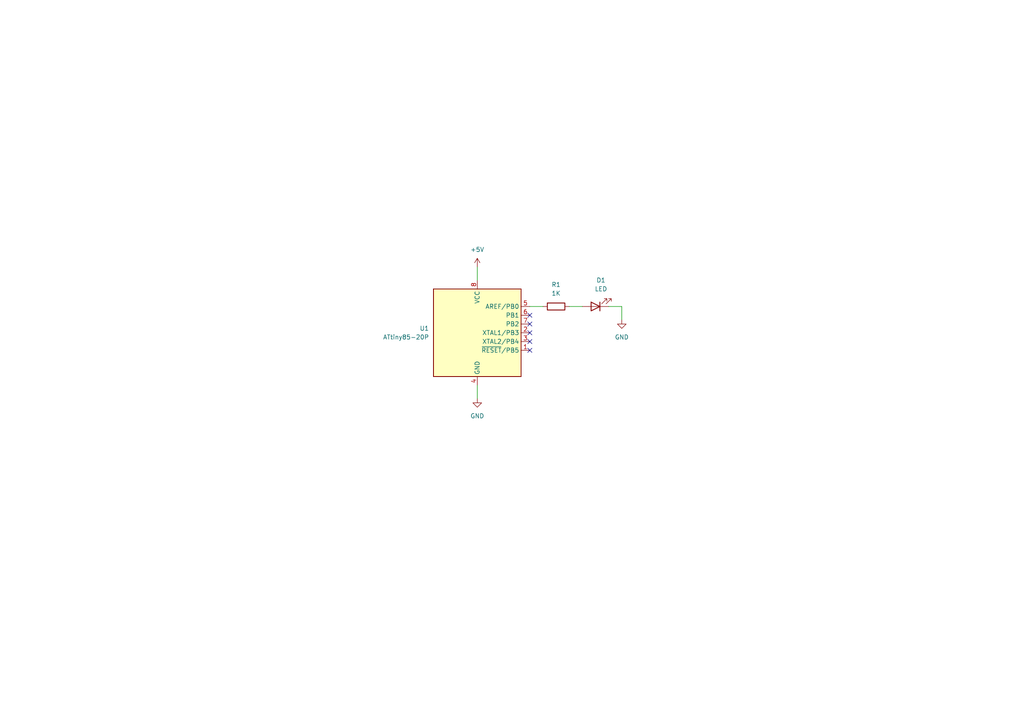
<source format=kicad_sch>
(kicad_sch (version 20211123) (generator eeschema)
  (paper "A4")
  (lib_symbols
    (symbol "Device:LED" (pin_numbers hide) (pin_names (offset 1.016) hide)
      (property "Reference" "D" (at 0 2.54 0))
      (property "Value" "LED" (at 0 -2.54 0))
      (symbol "LED_0_1"
        (polyline (pts (xy -1.27 -1.27) (xy -1.27 1.27)) (stroke (width 0.254)))
        (polyline (pts (xy -1.27 0) (xy 1.27 0)))
        (polyline (pts (xy 1.27 -1.27) (xy 1.27 1.27) (xy -1.27 0) (xy 1.27 -1.27)) (stroke (width 0.254)))
        (polyline (pts (xy -3.048 -0.762) (xy -4.572 -2.286) (xy -3.81 -2.286) (xy -4.572 -2.286) (xy -4.572 -1.524)))
        (polyline (pts (xy -1.778 -0.762) (xy -3.302 -2.286) (xy -2.54 -2.286) (xy -3.302 -2.286) (xy -3.302 -1.524)))
      )
      (symbol "LED_1_1"
        (pin passive line (at -3.81 0 0) (length 2.54) (name "K") (number "1"))
        (pin passive line (at 3.81 0 180) (length 2.54) (name "A") (number "2"))
      )
    )
    (symbol "Device:R" (pin_numbers hide) (pin_names (offset 0))
      (property "Reference" "R" (at 2.032 0 90))
      (property "Value" "R" (at 0 0 90))
      (symbol "R_0_1"
        (rectangle (start -1.016 -2.54) (end 1.016 2.54) (stroke (width 0.254)))
      )
      (symbol "R_1_1"
        (pin passive line (at 0 3.81 270) (length 1.27) (name "~") (number "1"))
        (pin passive line (at 0 -3.81 90) (length 1.27) (name "~") (number "2"))
      )
    )
    (symbol "MCU_Microchip_ATtiny:ATtiny85-20P"
      (property "Reference" "U" (at -12.7 13.97 0))
      (property "Value" "ATtiny85-20P" (at 2.54 -13.97 0))
      (symbol "ATtiny85-20P_0_1"
        (rectangle (start -12.7 -12.7) (end 12.7 12.7) (stroke (width 0.254)) (fill (type background)))
      )
      (symbol "ATtiny85-20P_1_1"
        (pin bidirectional line (at 15.24 -5.08 180) (length 2.54) (name "~{RESET}/PB5") (number "1"))
        (pin bidirectional line (at 15.24 0 180) (length 2.54) (name "XTAL1/PB3") (number "2"))
        (pin bidirectional line (at 15.24 -2.54 180) (length 2.54) (name "XTAL2/PB4") (number "3"))
        (pin power_in line (at 0 -15.24 90) (length 2.54) (name "GND") (number "4"))
        (pin bidirectional line (at 15.24 7.62 180) (length 2.54) (name "AREF/PB0") (number "5"))
        (pin bidirectional line (at 15.24 5.08 180) (length 2.54) (name "PB1") (number "6"))
        (pin bidirectional line (at 15.24 2.54 180) (length 2.54) (name "PB2") (number "7"))
        (pin power_in line (at 0 15.24 270) (length 2.54) (name "VCC") (number "8"))
      )
    )
    (symbol "power:+5V" (power) (pin_names (offset 0))
      (property "Value" "+5V" (at 0 3.556 0))
      (symbol "+5V_0_1"
        (polyline (pts (xy -0.762 1.27) (xy 0 2.54)))
        (polyline (pts (xy 0 0) (xy 0 2.54)))
        (polyline (pts (xy 0 2.54) (xy 0.762 1.27)))
      )
      (symbol "+5V_1_1"
        (pin power_in line (at 0 0 90) (length 0) hide (name "+5V") (number "1"))
      )
    )
    (symbol "power:GND" (power) (pin_names (offset 0))
      (property "Value" "GND" (at 0 -3.81 0))
      (symbol "GND_0_1"
        (polyline (pts (xy 0 0) (xy 0 -1.27) (xy 1.27 -1.27) (xy 0 -2.54) (xy -1.27 -1.27) (xy 0 -1.27)))
      )
      (symbol "GND_1_1"
        (pin power_in line (at 0 0 270) (length 0) hide (name "GND") (number "1"))
      )
    )
  )
  (no_connect (at 153.67 99.06))
  (no_connect (at 153.67 101.6))
  (no_connect (at 153.67 91.44))
  (no_connect (at 153.67 93.98))
  (no_connect (at 153.67 96.52))
  (wire (pts (xy 176.53 88.9) (xy 180.34 88.9)))
  (wire (pts (xy 180.34 88.9) (xy 180.34 92.71)))
  (wire (pts (xy 153.67 88.9) (xy 157.48 88.9)))
  (wire (pts (xy 138.43 77.47) (xy 138.43 81.28)))
  (wire (pts (xy 138.43 111.76) (xy 138.43 115.57)))
  (wire (pts (xy 165.1 88.9) (xy 168.91 88.9)))
  (symbol (lib_id "power:+5V") (at 138.43 77.47 0) (unit 1)
    (property "Reference" "#PWR01" (effects hide))
    (property "Value" "+5V" (at 138.43 72.39 0))
  )
  (symbol (lib_id "power:GND") (at 138.43 115.57 0) (unit 1)
    (property "Reference" "#PWR02" (effects hide))
    (property "Value" "GND" (at 138.43 120.65 0))
  )
  (symbol (lib_id "Device:LED") (at 172.72 88.9 180) (unit 1)
    (property "Reference" "D1" (at 174.3075 81.28 0))
    (property "Value" "LED" (at 174.3075 83.82 0))
  )
  (symbol (lib_id "power:GND") (at 180.34 92.71 0) (unit 1)
    (property "Reference" "#PWR03" (effects hide))
    (property "Value" "GND" (at 180.34 97.79 0))
  )
  (symbol (lib_id "MCU_Microchip_ATtiny:ATtiny85-20P") (at 138.43 96.52 0) (unit 1)
    (property "Reference" "U1" (at 124.46 95.2499 0) (effects (justify right)))
    (property "Value" "ATtiny85-20P" (at 124.46 97.7899 0) (effects (justify right)))
    (property "Footprint" "Package_DIP:DIP-8_W7.62mm" (effects hide))
    (property "Datasheet" "http://ww1.microchip.com/downloads/en/DeviceDoc/atmel-2586-avr-8-bit-microcontroller-attiny25-attiny45-attiny85_datasheet.pdf" (effects hide))
  )
  (symbol (lib_id "Device:R") (at 161.29 88.9 270) (unit 1)
    (property "Reference" "R1" (at 161.29 82.55 90))
    (property "Value" "1K" (at 161.29 85.09 90))
  )
)
</source>
